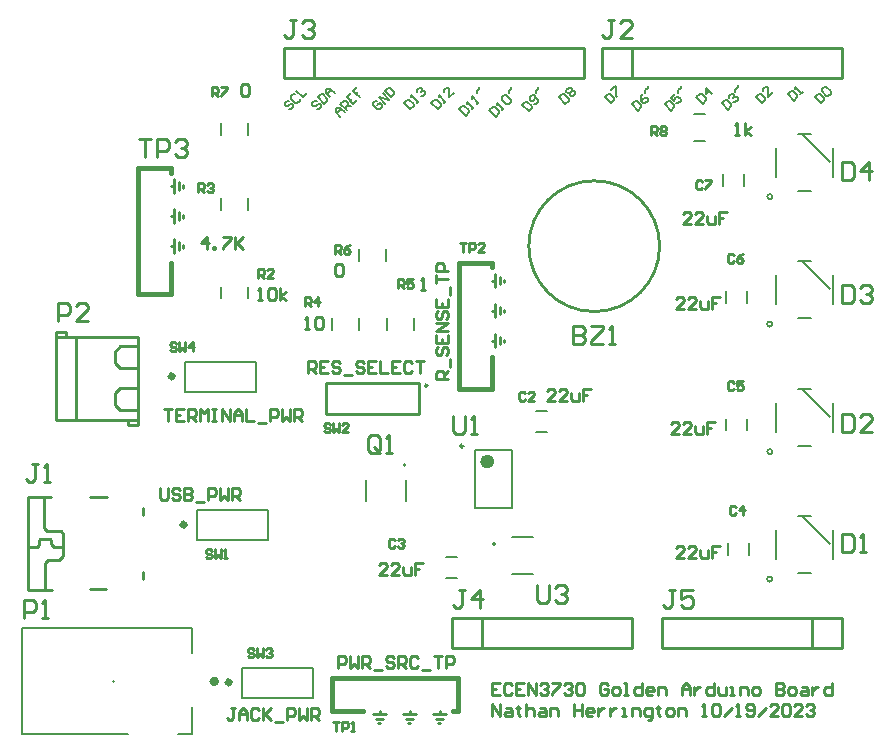
<source format=gto>
G04*
G04 #@! TF.GenerationSoftware,Altium Limited,Altium Designer,23.10.1 (27)*
G04*
G04 Layer_Color=65535*
%FSLAX44Y44*%
%MOMM*%
G71*
G04*
G04 #@! TF.SameCoordinates,2AE02515-478E-4FF6-B523-2722CBD37BA3*
G04*
G04*
G04 #@! TF.FilePolarity,Positive*
G04*
G01*
G75*
%ADD10C,0.2000*%
%ADD11C,0.2540*%
%ADD12C,0.1524*%
%ADD13C,0.5080*%
%ADD14C,0.6000*%
%ADD15C,0.2500*%
%ADD16C,0.4000*%
%ADD17C,0.1270*%
%ADD18C,0.3810*%
%ADD19C,0.1999*%
D10*
X404990Y177140D02*
G03*
X404990Y177140I-1000J0D01*
G01*
X329422Y244094D02*
G03*
X329422Y244094I-1000J0D01*
G01*
X388360Y207910D02*
X419360D01*
X388360Y256910D02*
X419360D01*
Y207910D02*
Y256910D01*
X388360Y207910D02*
Y256910D01*
D11*
X544323Y429260D02*
G03*
X544323Y429260I-55373J0D01*
G01*
X347710Y311138D02*
G03*
X347710Y311138I-1000J0D01*
G01*
X412750Y398838D02*
Y400685D01*
X408940Y396875D02*
Y403225D01*
X402522Y400050D02*
X405130D01*
Y394335D02*
Y405765D01*
X412750Y373438D02*
Y375285D01*
X408940Y371475D02*
Y377825D01*
X402522Y374650D02*
X405130D01*
Y368935D02*
Y380365D01*
X412750Y348038D02*
Y349885D01*
X408940Y346075D02*
Y352425D01*
X402522Y349250D02*
X405130D01*
Y343535D02*
Y354965D01*
X261620Y313690D02*
X340360D01*
Y287020D02*
Y313690D01*
X261620Y287020D02*
Y313690D01*
Y287020D02*
X340360D01*
X356928Y25400D02*
X358775D01*
X354965Y29210D02*
X361315D01*
X358140Y33020D02*
Y35628D01*
X352425Y33020D02*
X363855D01*
X331528Y25400D02*
X333375D01*
X329565Y29210D02*
X335915D01*
X332740Y33020D02*
Y35628D01*
X327025Y33020D02*
X338455D01*
X306128Y25400D02*
X307975D01*
X304165Y29210D02*
X310515D01*
X307340Y33020D02*
Y35628D01*
X301625Y33020D02*
X313055D01*
X368300Y101600D02*
Y114300D01*
X393700D01*
Y88900D02*
Y114300D01*
X368300Y88900D02*
X393700D01*
X368300D02*
Y101600D01*
X393700Y114300D02*
X520700D01*
X393700Y88900D02*
X520700D01*
Y114300D01*
X106660Y201849D02*
Y203321D01*
Y206264D02*
Y207736D01*
X9435Y138480D02*
Y216726D01*
Y138480D02*
X29718D01*
X61976Y138684D02*
X75692D01*
X9435Y216726D02*
X29210D01*
X32069Y174936D02*
X39434D01*
X31307D02*
X32069D01*
X29274Y176968D02*
X31307Y174936D01*
X29274Y176968D02*
Y180524D01*
X28259Y181540D02*
X29274Y180524D01*
X19877Y181540D02*
X28259D01*
X18860Y180524D02*
X19877Y181540D01*
X18860Y175952D02*
Y180524D01*
X17336Y174428D02*
X18860Y175952D01*
X10986Y174428D02*
X17336D01*
X24195Y138480D02*
Y160966D01*
X26481Y163252D01*
X35879D01*
X39434Y166808D01*
Y185604D01*
X37148Y187890D02*
X39434Y185604D01*
X25972Y187890D02*
X37148D01*
X23433Y190430D02*
X25972Y187890D01*
X23433Y190430D02*
Y216338D01*
X61976Y216662D02*
X76708D01*
X106660Y147864D02*
Y153352D01*
Y203321D02*
Y206264D01*
X81510Y60960D02*
X81590D01*
X41580Y352501D02*
Y357001D01*
X33580D02*
X41580D01*
X33580Y352501D02*
Y357001D01*
X94580Y278000D02*
Y282500D01*
Y278000D02*
X102580D01*
Y282500D01*
X33580D02*
X102580D01*
X33580D02*
Y352501D01*
X49893Y282500D02*
Y352501D01*
X87844Y344363D02*
X102581D01*
X83381Y339900D02*
X87844Y344363D01*
X83381Y330000D02*
Y339900D01*
Y330000D02*
X87687Y325694D01*
X102581D01*
X87844Y309364D02*
X102582D01*
X83381Y304902D02*
X87844Y309364D01*
X83381Y295002D02*
Y304902D01*
Y295002D02*
X87687Y290695D01*
X102582D01*
X102581Y282500D02*
Y352501D01*
X33580Y352503D02*
X102581D01*
X520700Y571500D02*
Y596900D01*
X495300D02*
X698500D01*
X495300Y571500D02*
Y596900D01*
Y571500D02*
X698500D01*
Y596900D01*
X251460D02*
X480060D01*
X226060Y571500D02*
X454660D01*
X226060D02*
Y596900D01*
X454660D01*
X251460Y571500D02*
Y596900D01*
Y571500D02*
X480060D01*
Y596900D01*
X698500Y88900D02*
Y101600D01*
X673100Y88900D02*
X698500D01*
X673100D02*
Y114300D01*
X698500D01*
Y101600D02*
Y114300D01*
X546100Y88900D02*
X673100D01*
X546100Y114300D02*
X673100D01*
X546100Y88900D02*
Y114300D01*
X140970Y478848D02*
Y480695D01*
X137160Y476885D02*
Y483235D01*
X130742Y480060D02*
X133350D01*
Y474345D02*
Y485775D01*
X140970Y453448D02*
Y455295D01*
X137160Y451485D02*
Y457835D01*
X130742Y454660D02*
X133350D01*
Y448945D02*
Y460375D01*
X140970Y428048D02*
Y429895D01*
X137160Y426085D02*
Y432435D01*
X130742Y429260D02*
X133350D01*
Y423545D02*
Y434975D01*
X409361Y59766D02*
X402590D01*
Y49610D01*
X409361D01*
X402590Y54688D02*
X405976D01*
X419518Y58074D02*
X417825Y59766D01*
X414440D01*
X412747Y58074D01*
Y51302D01*
X414440Y49610D01*
X417825D01*
X419518Y51302D01*
X429675Y59766D02*
X422903D01*
Y49610D01*
X429675D01*
X422903Y54688D02*
X426289D01*
X433060Y49610D02*
Y59766D01*
X439831Y49610D01*
Y59766D01*
X443217Y58074D02*
X444910Y59766D01*
X448295D01*
X449988Y58074D01*
Y56381D01*
X448295Y54688D01*
X446603D01*
X448295D01*
X449988Y52995D01*
Y51302D01*
X448295Y49610D01*
X444910D01*
X443217Y51302D01*
X453374Y59766D02*
X460145D01*
Y58074D01*
X453374Y51302D01*
Y49610D01*
X463530Y58074D02*
X465223Y59766D01*
X468609D01*
X470302Y58074D01*
Y56381D01*
X468609Y54688D01*
X466916D01*
X468609D01*
X470302Y52995D01*
Y51302D01*
X468609Y49610D01*
X465223D01*
X463530Y51302D01*
X473687Y58074D02*
X475380Y59766D01*
X478765D01*
X480458Y58074D01*
Y51302D01*
X478765Y49610D01*
X475380D01*
X473687Y51302D01*
Y58074D01*
X500772D02*
X499079Y59766D01*
X495693D01*
X494001Y58074D01*
Y51302D01*
X495693Y49610D01*
X499079D01*
X500772Y51302D01*
Y54688D01*
X497386D01*
X505850Y49610D02*
X509236D01*
X510928Y51302D01*
Y54688D01*
X509236Y56381D01*
X505850D01*
X504157Y54688D01*
Y51302D01*
X505850Y49610D01*
X514314D02*
X517700D01*
X516007D01*
Y59766D01*
X514314D01*
X529549D02*
Y49610D01*
X524471D01*
X522778Y51302D01*
Y54688D01*
X524471Y56381D01*
X529549D01*
X538013Y49610D02*
X534627D01*
X532935Y51302D01*
Y54688D01*
X534627Y56381D01*
X538013D01*
X539706Y54688D01*
Y52995D01*
X532935D01*
X543091Y49610D02*
Y56381D01*
X548170D01*
X549863Y54688D01*
Y49610D01*
X563405D02*
Y56381D01*
X566790Y59766D01*
X570176Y56381D01*
Y49610D01*
Y54688D01*
X563405D01*
X573562Y56381D02*
Y49610D01*
Y52995D01*
X575254Y54688D01*
X576947Y56381D01*
X578640D01*
X590489Y59766D02*
Y49610D01*
X585411D01*
X583718Y51302D01*
Y54688D01*
X585411Y56381D01*
X590489D01*
X593875D02*
Y51302D01*
X595568Y49610D01*
X600646D01*
Y56381D01*
X604032Y49610D02*
X607417D01*
X605724D01*
Y56381D01*
X604032D01*
X612496Y49610D02*
Y56381D01*
X617574D01*
X619267Y54688D01*
Y49610D01*
X624345D02*
X627731D01*
X629423Y51302D01*
Y54688D01*
X627731Y56381D01*
X624345D01*
X622652Y54688D01*
Y51302D01*
X624345Y49610D01*
X642966Y59766D02*
Y49610D01*
X648044D01*
X649737Y51302D01*
Y52995D01*
X648044Y54688D01*
X642966D01*
X648044D01*
X649737Y56381D01*
Y58074D01*
X648044Y59766D01*
X642966D01*
X654815Y49610D02*
X658201D01*
X659894Y51302D01*
Y54688D01*
X658201Y56381D01*
X654815D01*
X653122Y54688D01*
Y51302D01*
X654815Y49610D01*
X664972Y56381D02*
X668358D01*
X670050Y54688D01*
Y49610D01*
X664972D01*
X663279Y51302D01*
X664972Y52995D01*
X670050D01*
X673436Y56381D02*
Y49610D01*
Y52995D01*
X675129Y54688D01*
X676822Y56381D01*
X678514D01*
X690364Y59766D02*
Y49610D01*
X685285D01*
X683593Y51302D01*
Y54688D01*
X685285Y56381D01*
X690364D01*
X402590Y31326D02*
Y41482D01*
X409361Y31326D01*
Y41482D01*
X414440Y38097D02*
X417825D01*
X419518Y36404D01*
Y31326D01*
X414440D01*
X412747Y33018D01*
X414440Y34711D01*
X419518D01*
X424596Y39790D02*
Y38097D01*
X422903D01*
X426289D01*
X424596D01*
Y33018D01*
X426289Y31326D01*
X431367Y41482D02*
Y31326D01*
Y36404D01*
X433060Y38097D01*
X436446D01*
X438139Y36404D01*
Y31326D01*
X443217Y38097D02*
X446603D01*
X448295Y36404D01*
Y31326D01*
X443217D01*
X441524Y33018D01*
X443217Y34711D01*
X448295D01*
X451681Y31326D02*
Y38097D01*
X456759D01*
X458452Y36404D01*
Y31326D01*
X471994Y41482D02*
Y31326D01*
Y36404D01*
X478765D01*
Y41482D01*
Y31326D01*
X487229D02*
X483844D01*
X482151Y33018D01*
Y36404D01*
X483844Y38097D01*
X487229D01*
X488922Y36404D01*
Y34711D01*
X482151D01*
X492308Y38097D02*
Y31326D01*
Y34711D01*
X494001Y36404D01*
X495693Y38097D01*
X497386D01*
X502464D02*
Y31326D01*
Y34711D01*
X504157Y36404D01*
X505850Y38097D01*
X507543D01*
X512621Y31326D02*
X516007D01*
X514314D01*
Y38097D01*
X512621D01*
X521085Y31326D02*
Y38097D01*
X526163D01*
X527856Y36404D01*
Y31326D01*
X534627Y27940D02*
X536320D01*
X538013Y29633D01*
Y38097D01*
X532935D01*
X531242Y36404D01*
Y33018D01*
X532935Y31326D01*
X538013D01*
X543091Y39790D02*
Y38097D01*
X541399D01*
X544784D01*
X543091D01*
Y33018D01*
X544784Y31326D01*
X551555D02*
X554941D01*
X556634Y33018D01*
Y36404D01*
X554941Y38097D01*
X551555D01*
X549863Y36404D01*
Y33018D01*
X551555Y31326D01*
X560019D02*
Y38097D01*
X565098D01*
X566790Y36404D01*
Y31326D01*
X580333D02*
X583718D01*
X582025D01*
Y41482D01*
X580333Y39790D01*
X588797D02*
X590489Y41482D01*
X593875D01*
X595568Y39790D01*
Y33018D01*
X593875Y31326D01*
X590489D01*
X588797Y33018D01*
Y39790D01*
X598953Y31326D02*
X605724Y38097D01*
X609110Y31326D02*
X612496D01*
X610803D01*
Y41482D01*
X609110Y39790D01*
X617574Y33018D02*
X619267Y31326D01*
X622652D01*
X624345Y33018D01*
Y39790D01*
X622652Y41482D01*
X619267D01*
X617574Y39790D01*
Y38097D01*
X619267Y36404D01*
X624345D01*
X627731Y31326D02*
X634502Y38097D01*
X644659Y31326D02*
X637887D01*
X644659Y38097D01*
Y39790D01*
X642966Y41482D01*
X639580D01*
X637887Y39790D01*
X648044D02*
X649737Y41482D01*
X653122D01*
X654815Y39790D01*
Y33018D01*
X653122Y31326D01*
X649737D01*
X648044Y33018D01*
Y39790D01*
X664972Y31326D02*
X658201D01*
X664972Y38097D01*
Y39790D01*
X663279Y41482D01*
X659894D01*
X658201Y39790D01*
X668358D02*
X670050Y41482D01*
X673436D01*
X675129Y39790D01*
Y38097D01*
X673436Y36404D01*
X671743D01*
X673436D01*
X675129Y34711D01*
Y33018D01*
X673436Y31326D01*
X670050D01*
X668358Y33018D01*
X440694Y142238D02*
Y129542D01*
X443233Y127002D01*
X448312D01*
X450851Y129542D01*
Y142238D01*
X455929Y139698D02*
X458468Y142238D01*
X463547D01*
X466086Y139698D01*
Y137159D01*
X463547Y134620D01*
X461007D01*
X463547D01*
X466086Y132081D01*
Y129542D01*
X463547Y127002D01*
X458468D01*
X455929Y129542D01*
X471176Y361948D02*
Y346712D01*
X478793D01*
X481333Y349252D01*
Y351791D01*
X478793Y354330D01*
X471176D01*
X478793D01*
X481333Y356869D01*
Y359408D01*
X478793Y361948D01*
X471176D01*
X486411D02*
X496568D01*
Y359408D01*
X486411Y349252D01*
Y346712D01*
X496568D01*
X501646D02*
X506724D01*
X504185D01*
Y361948D01*
X501646Y359408D01*
X698503Y185417D02*
Y170182D01*
X706121D01*
X708660Y172722D01*
Y182878D01*
X706121Y185417D01*
X698503D01*
X713738Y170182D02*
X718817D01*
X716278D01*
Y185417D01*
X713738Y182878D01*
X698504Y287017D02*
Y271782D01*
X706122D01*
X708661Y274322D01*
Y284478D01*
X706122Y287017D01*
X698504D01*
X723896Y271782D02*
X713739D01*
X723896Y281939D01*
Y284478D01*
X721357Y287017D01*
X716278D01*
X713739Y284478D01*
X698504Y396237D02*
Y381003D01*
X706122D01*
X708661Y383542D01*
Y393698D01*
X706122Y396237D01*
X698504D01*
X713739Y393698D02*
X716278Y396237D01*
X721357D01*
X723896Y393698D01*
Y391159D01*
X721357Y388620D01*
X718818D01*
X721357D01*
X723896Y386081D01*
Y383542D01*
X721357Y381003D01*
X716278D01*
X713739Y383542D01*
X698504Y500378D02*
Y485143D01*
X706122D01*
X708661Y487682D01*
Y497838D01*
X706122Y500378D01*
X698504D01*
X721357Y485143D02*
Y500378D01*
X713739Y492760D01*
X723896D01*
X607909Y523242D02*
X611294D01*
X609602D01*
Y533398D01*
X607909Y531706D01*
X616373Y523242D02*
Y533398D01*
Y526627D02*
X621451Y530013D01*
X616373Y526627D02*
X621451Y523242D01*
X537212Y523241D02*
Y530859D01*
X541021D01*
X542290Y529589D01*
Y527050D01*
X541021Y525780D01*
X537212D01*
X539751D02*
X542290Y523241D01*
X544830Y529589D02*
X546099Y530859D01*
X548638D01*
X549908Y529589D01*
Y528320D01*
X548638Y527050D01*
X549908Y525780D01*
Y524511D01*
X548638Y523241D01*
X546099D01*
X544830Y524511D01*
Y525780D01*
X546099Y527050D01*
X544830Y528320D01*
Y529589D01*
X546099Y527050D02*
X548638D01*
X571081Y448312D02*
X564309D01*
X571081Y455083D01*
Y456776D01*
X569388Y458468D01*
X566002D01*
X564309Y456776D01*
X581237Y448312D02*
X574466D01*
X581237Y455083D01*
Y456776D01*
X579544Y458468D01*
X576159D01*
X574466Y456776D01*
X584623Y455083D02*
Y450004D01*
X586316Y448312D01*
X591394D01*
Y455083D01*
X601551Y458468D02*
X594780D01*
Y453390D01*
X598165D01*
X594780D01*
Y448312D01*
X580390Y483869D02*
X579121Y485139D01*
X576582D01*
X575312Y483869D01*
Y478791D01*
X576582Y477521D01*
X579121D01*
X580390Y478791D01*
X582930Y485139D02*
X588008D01*
Y483869D01*
X582930Y478791D01*
Y477521D01*
X564730Y375922D02*
X557959D01*
X564730Y382693D01*
Y384386D01*
X563038Y386078D01*
X559652D01*
X557959Y384386D01*
X574887Y375922D02*
X568116D01*
X574887Y382693D01*
Y384386D01*
X573194Y386078D01*
X569809D01*
X568116Y384386D01*
X578273Y382693D02*
Y377614D01*
X579966Y375922D01*
X585044D01*
Y382693D01*
X595201Y386078D02*
X588429D01*
Y381000D01*
X591815D01*
X588429D01*
Y375922D01*
X607058Y421638D02*
X605789Y422907D01*
X603250D01*
X601980Y421638D01*
Y416560D01*
X603250Y415290D01*
X605789D01*
X607058Y416560D01*
X614676Y422907D02*
X612137Y421638D01*
X609598Y419099D01*
Y416560D01*
X610867Y415290D01*
X613406D01*
X614676Y416560D01*
Y417829D01*
X613406Y419099D01*
X609598D01*
X560920Y270512D02*
X554149D01*
X560920Y277283D01*
Y278976D01*
X559228Y280668D01*
X555842D01*
X554149Y278976D01*
X571077Y270512D02*
X564306D01*
X571077Y277283D01*
Y278976D01*
X569384Y280668D01*
X565999D01*
X564306Y278976D01*
X574463Y277283D02*
Y272204D01*
X576156Y270512D01*
X581234D01*
Y277283D01*
X591391Y280668D02*
X584619D01*
Y275590D01*
X588005D01*
X584619D01*
Y270512D01*
X607058Y313688D02*
X605789Y314958D01*
X603250D01*
X601980Y313688D01*
Y308610D01*
X603250Y307340D01*
X605789D01*
X607058Y308610D01*
X614676Y314958D02*
X609598D01*
Y311149D01*
X612137Y312418D01*
X613406D01*
X614676Y311149D01*
Y308610D01*
X613406Y307340D01*
X610867D01*
X609598Y308610D01*
X564730Y165102D02*
X557959D01*
X564730Y171873D01*
Y173566D01*
X563038Y175258D01*
X559652D01*
X557959Y173566D01*
X574887Y165102D02*
X568116D01*
X574887Y171873D01*
Y173566D01*
X573194Y175258D01*
X569809D01*
X568116Y173566D01*
X578273Y171873D02*
Y166794D01*
X579966Y165102D01*
X585044D01*
Y171873D01*
X595201Y175258D02*
X588429D01*
Y170180D01*
X591815D01*
X588429D01*
Y165102D01*
X608582Y208278D02*
X607313Y209548D01*
X604774D01*
X603504Y208278D01*
Y203200D01*
X604774Y201930D01*
X607313D01*
X608582Y203200D01*
X614930Y201930D02*
Y209548D01*
X611121Y205739D01*
X616200D01*
X313270Y151132D02*
X306499D01*
X313270Y157903D01*
Y159596D01*
X311578Y161288D01*
X308192D01*
X306499Y159596D01*
X323427Y151132D02*
X316656D01*
X323427Y157903D01*
Y159596D01*
X321734Y161288D01*
X318349D01*
X316656Y159596D01*
X326813Y157903D02*
Y152824D01*
X328506Y151132D01*
X333584D01*
Y157903D01*
X343741Y161288D02*
X336969D01*
Y156210D01*
X340355D01*
X336969D01*
Y151132D01*
X320040Y180339D02*
X318771Y181609D01*
X316232D01*
X314962Y180339D01*
Y175261D01*
X316232Y173991D01*
X318771D01*
X320040Y175261D01*
X322580Y180339D02*
X323849Y181609D01*
X326388D01*
X327658Y180339D01*
Y179070D01*
X326388Y177800D01*
X325119D01*
X326388D01*
X327658Y176530D01*
Y175261D01*
X326388Y173991D01*
X323849D01*
X322580Y175261D01*
X455510Y298452D02*
X448739D01*
X455510Y305223D01*
Y306916D01*
X453818Y308608D01*
X450432D01*
X448739Y306916D01*
X465667Y298452D02*
X458896D01*
X465667Y305223D01*
Y306916D01*
X463974Y308608D01*
X460589D01*
X458896Y306916D01*
X469053Y305223D02*
Y300144D01*
X470746Y298452D01*
X475824D01*
Y305223D01*
X485981Y308608D02*
X479210D01*
Y303530D01*
X482595D01*
X479210D01*
Y298452D01*
X430528Y304544D02*
X429259Y305814D01*
X426720D01*
X425450Y304544D01*
Y299466D01*
X426720Y298196D01*
X429259D01*
X430528Y299466D01*
X438146Y298196D02*
X433068D01*
X438146Y303274D01*
Y304544D01*
X436876Y305814D01*
X434337D01*
X433068Y304544D01*
X364912Y316669D02*
X354755D01*
Y321748D01*
X356448Y323440D01*
X359834D01*
X361526Y321748D01*
Y316669D01*
Y320055D02*
X364912Y323440D01*
X366605Y326826D02*
Y333597D01*
X356448Y343754D02*
X354755Y342061D01*
Y338675D01*
X356448Y336983D01*
X358141D01*
X359834Y338675D01*
Y342061D01*
X361526Y343754D01*
X363219D01*
X364912Y342061D01*
Y338675D01*
X363219Y336983D01*
X354755Y353910D02*
Y347139D01*
X364912D01*
Y353910D01*
X359834Y347139D02*
Y350525D01*
X364912Y357296D02*
X354755D01*
X364912Y364067D01*
X354755D01*
X356448Y374224D02*
X354755Y372531D01*
Y369146D01*
X356448Y367453D01*
X358141D01*
X359834Y369146D01*
Y372531D01*
X361526Y374224D01*
X363219D01*
X364912Y372531D01*
Y369146D01*
X363219Y367453D01*
X354755Y384381D02*
Y377609D01*
X364912D01*
Y384381D01*
X359834Y377609D02*
Y380995D01*
X366605Y387766D02*
Y394537D01*
X354755Y397923D02*
Y404694D01*
Y401309D01*
X364912D01*
Y408080D02*
X354755D01*
Y413158D01*
X356448Y414851D01*
X359834D01*
X361526Y413158D01*
Y408080D01*
X375412Y432305D02*
X380490D01*
X377951D01*
Y424688D01*
X383030D02*
Y432305D01*
X386838D01*
X388108Y431036D01*
Y428497D01*
X386838Y427227D01*
X383030D01*
X395725Y424688D02*
X390647D01*
X395725Y429766D01*
Y431036D01*
X394456Y432305D01*
X391917D01*
X390647Y431036D01*
X269664Y412326D02*
X271357Y414018D01*
X274743D01*
X276436Y412326D01*
Y405554D01*
X274743Y403862D01*
X271357D01*
X269664Y405554D01*
Y412326D01*
X269242Y422911D02*
Y430529D01*
X273051D01*
X274320Y429259D01*
Y426720D01*
X273051Y425450D01*
X269242D01*
X271781D02*
X274320Y422911D01*
X281938Y430529D02*
X279399Y429259D01*
X276860Y426720D01*
Y424181D01*
X278129Y422911D01*
X280668D01*
X281938Y424181D01*
Y425450D01*
X280668Y426720D01*
X276860D01*
X342477Y392432D02*
X345863D01*
X344170D01*
Y402588D01*
X342477Y400896D01*
X322582Y393701D02*
Y401319D01*
X326391D01*
X327660Y400049D01*
Y397510D01*
X326391Y396240D01*
X322582D01*
X325121D02*
X327660Y393701D01*
X335278Y401319D02*
X330200D01*
Y397510D01*
X332739Y398780D01*
X334008D01*
X335278Y397510D01*
Y394971D01*
X334008Y393701D01*
X331469D01*
X330200Y394971D01*
X243843Y359412D02*
X247228D01*
X245535D01*
Y369568D01*
X243843Y367876D01*
X252306D02*
X253999Y369568D01*
X257385D01*
X259077Y367876D01*
Y361104D01*
X257385Y359412D01*
X253999D01*
X252306Y361104D01*
Y367876D01*
X243842Y378461D02*
Y386079D01*
X247651D01*
X248920Y384809D01*
Y382270D01*
X247651Y381000D01*
X243842D01*
X246381D02*
X248920Y378461D01*
X255268D02*
Y386079D01*
X251460Y382270D01*
X256538D01*
X246819Y322158D02*
Y332315D01*
X251898D01*
X253590Y330622D01*
Y327236D01*
X251898Y325544D01*
X246819D01*
X250205D02*
X253590Y322158D01*
X263747Y332315D02*
X256976D01*
Y322158D01*
X263747D01*
X256976Y327236D02*
X260361D01*
X273904Y330622D02*
X272211Y332315D01*
X268825D01*
X267133Y330622D01*
Y328929D01*
X268825Y327236D01*
X272211D01*
X273904Y325544D01*
Y323851D01*
X272211Y322158D01*
X268825D01*
X267133Y323851D01*
X277289Y320465D02*
X284060D01*
X294217Y330622D02*
X292524Y332315D01*
X289139D01*
X287446Y330622D01*
Y328929D01*
X289139Y327236D01*
X292524D01*
X294217Y325544D01*
Y323851D01*
X292524Y322158D01*
X289139D01*
X287446Y323851D01*
X304374Y332315D02*
X297603D01*
Y322158D01*
X304374D01*
X297603Y327236D02*
X300988D01*
X307759Y332315D02*
Y322158D01*
X314531D01*
X324687Y332315D02*
X317916D01*
Y322158D01*
X324687D01*
X317916Y327236D02*
X321302D01*
X334844Y330622D02*
X333151Y332315D01*
X329766D01*
X328073Y330622D01*
Y323851D01*
X329766Y322158D01*
X333151D01*
X334844Y323851D01*
X338230Y332315D02*
X345001D01*
X341615D01*
Y322158D01*
X265432Y278129D02*
X264162Y279399D01*
X261623D01*
X260353Y278129D01*
Y276860D01*
X261623Y275590D01*
X264162D01*
X265432Y274320D01*
Y273051D01*
X264162Y271781D01*
X261623D01*
X260353Y273051D01*
X267971Y279399D02*
Y271781D01*
X270510Y274320D01*
X273049Y271781D01*
Y279399D01*
X280667Y271781D02*
X275588D01*
X280667Y276860D01*
Y278129D01*
X279397Y279399D01*
X276858D01*
X275588Y278129D01*
X189654Y564726D02*
X191347Y566418D01*
X194733D01*
X196426Y564726D01*
Y557954D01*
X194733Y556262D01*
X191347D01*
X189654Y557954D01*
Y564726D01*
X165102Y556261D02*
Y563879D01*
X168911D01*
X170180Y562609D01*
Y560070D01*
X168911Y558800D01*
X165102D01*
X167641D02*
X170180Y556261D01*
X172720Y563879D02*
X177798D01*
Y562609D01*
X172720Y557531D01*
Y556261D01*
X161294Y426722D02*
Y436878D01*
X156216Y431800D01*
X162987D01*
X166373Y426722D02*
Y428414D01*
X168065D01*
Y426722D01*
X166373D01*
X174836Y436878D02*
X181607D01*
Y435186D01*
X174836Y428414D01*
Y426722D01*
X184993Y436878D02*
Y426722D01*
Y430107D01*
X191764Y436878D01*
X186686Y431800D01*
X191764Y426722D01*
X153672Y474981D02*
Y482599D01*
X157481D01*
X158750Y481329D01*
Y478790D01*
X157481Y477520D01*
X153672D01*
X156211D02*
X158750Y474981D01*
X161290Y481329D02*
X162559Y482599D01*
X165098D01*
X166368Y481329D01*
Y480060D01*
X165098Y478790D01*
X163829D01*
X165098D01*
X166368Y477520D01*
Y476251D01*
X165098Y474981D01*
X162559D01*
X161290Y476251D01*
X204051Y383542D02*
X207436D01*
X205743D01*
Y393698D01*
X204051Y392006D01*
X212514D02*
X214207Y393698D01*
X217593D01*
X219286Y392006D01*
Y385234D01*
X217593Y383542D01*
X214207D01*
X212514Y385234D01*
Y392006D01*
X222671Y383542D02*
Y393698D01*
Y386927D02*
X227750Y390313D01*
X222671Y386927D02*
X227750Y383542D01*
X204472Y402591D02*
Y410209D01*
X208281D01*
X209550Y408939D01*
Y406400D01*
X208281Y405130D01*
X204472D01*
X207011D02*
X209550Y402591D01*
X217168D02*
X212090D01*
X217168Y407670D01*
Y408939D01*
X215898Y410209D01*
X213359D01*
X212090Y408939D01*
X124479Y291675D02*
X131250D01*
X127864D01*
Y281518D01*
X141407Y291675D02*
X134636D01*
Y281518D01*
X141407D01*
X134636Y286596D02*
X138021D01*
X144792Y281518D02*
Y291675D01*
X149871D01*
X151563Y289982D01*
Y286596D01*
X149871Y284904D01*
X144792D01*
X148178D02*
X151563Y281518D01*
X154949D02*
Y291675D01*
X158335Y288289D01*
X161720Y291675D01*
Y281518D01*
X165106Y291675D02*
X168491D01*
X166798D01*
Y281518D01*
X165106D01*
X168491D01*
X173570D02*
Y291675D01*
X180341Y281518D01*
Y291675D01*
X183726Y281518D02*
Y288289D01*
X187112Y291675D01*
X190497Y288289D01*
Y281518D01*
Y286596D01*
X183726D01*
X193883Y291675D02*
Y281518D01*
X200654D01*
X204040Y279825D02*
X210811D01*
X214197Y281518D02*
Y291675D01*
X219275D01*
X220968Y289982D01*
Y286596D01*
X219275Y284904D01*
X214197D01*
X224353Y291675D02*
Y281518D01*
X227739Y284904D01*
X231124Y281518D01*
Y291675D01*
X234510Y281518D02*
Y291675D01*
X239588D01*
X241281Y289982D01*
Y286596D01*
X239588Y284904D01*
X234510D01*
X237896D02*
X241281Y281518D01*
X134872Y346454D02*
X133603Y347724D01*
X131064D01*
X129794Y346454D01*
Y345184D01*
X131064Y343915D01*
X133603D01*
X134872Y342645D01*
Y341376D01*
X133603Y340106D01*
X131064D01*
X129794Y341376D01*
X137411Y347724D02*
Y340106D01*
X139951Y342645D01*
X142490Y340106D01*
Y347724D01*
X148838Y340106D02*
Y347724D01*
X145029Y343915D01*
X150107D01*
X121084Y224365D02*
Y215901D01*
X122777Y214208D01*
X126163D01*
X127855Y215901D01*
Y224365D01*
X138012Y222672D02*
X136319Y224365D01*
X132934D01*
X131241Y222672D01*
Y220979D01*
X132934Y219286D01*
X136319D01*
X138012Y217594D01*
Y215901D01*
X136319Y214208D01*
X132934D01*
X131241Y215901D01*
X141398Y224365D02*
Y214208D01*
X146476D01*
X148169Y215901D01*
Y217594D01*
X146476Y219286D01*
X141398D01*
X146476D01*
X148169Y220979D01*
Y222672D01*
X146476Y224365D01*
X141398D01*
X151554Y212515D02*
X158326D01*
X161711Y214208D02*
Y224365D01*
X166789D01*
X168482Y222672D01*
Y219286D01*
X166789Y217594D01*
X161711D01*
X171868Y224365D02*
Y214208D01*
X175253Y217594D01*
X178639Y214208D01*
Y224365D01*
X182025Y214208D02*
Y224365D01*
X187103D01*
X188796Y222672D01*
Y219286D01*
X187103Y217594D01*
X182025D01*
X185410D02*
X188796Y214208D01*
X165101Y171449D02*
X163832Y172719D01*
X161292D01*
X160023Y171449D01*
Y170180D01*
X161292Y168910D01*
X163832D01*
X165101Y167640D01*
Y166371D01*
X163832Y165101D01*
X161292D01*
X160023Y166371D01*
X167640Y172719D02*
Y165101D01*
X170180Y167640D01*
X172719Y165101D01*
Y172719D01*
X175258Y165101D02*
X177797D01*
X176528D01*
Y172719D01*
X175258Y171449D01*
X272219Y71968D02*
Y82125D01*
X277297D01*
X278990Y80432D01*
Y77046D01*
X277297Y75354D01*
X272219D01*
X282376Y82125D02*
Y71968D01*
X285762Y75354D01*
X289147Y71968D01*
Y82125D01*
X292533Y71968D02*
Y82125D01*
X297611D01*
X299304Y80432D01*
Y77046D01*
X297611Y75354D01*
X292533D01*
X295918D02*
X299304Y71968D01*
X302689Y70275D02*
X309461D01*
X319617Y80432D02*
X317924Y82125D01*
X314539D01*
X312846Y80432D01*
Y78739D01*
X314539Y77046D01*
X317924D01*
X319617Y75354D01*
Y73661D01*
X317924Y71968D01*
X314539D01*
X312846Y73661D01*
X323003Y71968D02*
Y82125D01*
X328081D01*
X329774Y80432D01*
Y77046D01*
X328081Y75354D01*
X323003D01*
X326388D02*
X329774Y71968D01*
X339931Y80432D02*
X338238Y82125D01*
X334852D01*
X333159Y80432D01*
Y73661D01*
X334852Y71968D01*
X338238D01*
X339931Y73661D01*
X343316Y70275D02*
X350087D01*
X353473Y82125D02*
X360244D01*
X356858D01*
Y71968D01*
X363630D02*
Y82125D01*
X368708D01*
X370401Y80432D01*
Y77046D01*
X368708Y75354D01*
X363630D01*
X267973Y26669D02*
X273051D01*
X270512D01*
Y19051D01*
X275590D02*
Y26669D01*
X279399D01*
X280669Y25399D01*
Y22860D01*
X279399Y21590D01*
X275590D01*
X283208Y19051D02*
X285747D01*
X284478D01*
Y26669D01*
X283208Y25399D01*
X184825Y38351D02*
X181440D01*
X183132D01*
Y29887D01*
X181440Y28194D01*
X179747D01*
X178054Y29887D01*
X188211Y28194D02*
Y34965D01*
X191596Y38351D01*
X194982Y34965D01*
Y28194D01*
Y33272D01*
X188211D01*
X205139Y36658D02*
X203446Y38351D01*
X200060D01*
X198367Y36658D01*
Y29887D01*
X200060Y28194D01*
X203446D01*
X205139Y29887D01*
X208524Y38351D02*
Y28194D01*
Y31580D01*
X215295Y38351D01*
X210217Y33272D01*
X215295Y28194D01*
X218681Y26501D02*
X225452D01*
X228838Y28194D02*
Y38351D01*
X233916D01*
X235609Y36658D01*
Y33272D01*
X233916Y31580D01*
X228838D01*
X238994Y38351D02*
Y28194D01*
X242380Y31580D01*
X245765Y28194D01*
Y38351D01*
X249151Y28194D02*
Y38351D01*
X254229D01*
X255922Y36658D01*
Y33272D01*
X254229Y31580D01*
X249151D01*
X252537D02*
X255922Y28194D01*
X200662Y87629D02*
X199392Y88899D01*
X196853D01*
X195583Y87629D01*
Y86360D01*
X196853Y85090D01*
X199392D01*
X200662Y83820D01*
Y82551D01*
X199392Y81281D01*
X196853D01*
X195583Y82551D01*
X203201Y88899D02*
Y81281D01*
X205740Y83820D01*
X208279Y81281D01*
Y88899D01*
X210818Y87629D02*
X212088Y88899D01*
X214627D01*
X215897Y87629D01*
Y86360D01*
X214627Y85090D01*
X213358D01*
X214627D01*
X215897Y83820D01*
Y82551D01*
X214627Y81281D01*
X212088D01*
X210818Y82551D01*
X379727Y138425D02*
X374648D01*
X377188D01*
Y125729D01*
X374648Y123190D01*
X372109D01*
X369570Y125729D01*
X392423Y123190D02*
Y138425D01*
X384805Y130808D01*
X394962D01*
X369316Y285237D02*
Y272541D01*
X371855Y270002D01*
X376934D01*
X379473Y272541D01*
Y285237D01*
X384551Y270002D02*
X389629D01*
X387090D01*
Y285237D01*
X384551Y282698D01*
X18031Y244851D02*
X12952D01*
X15491D01*
Y232155D01*
X12952Y229616D01*
X10413D01*
X7874Y232155D01*
X23109Y229616D02*
X28187D01*
X25648D01*
Y244851D01*
X23109Y242312D01*
X307845Y256285D02*
Y266442D01*
X305306Y268981D01*
X300227D01*
X297688Y266442D01*
Y256285D01*
X300227Y253746D01*
X305306D01*
X302766Y258824D02*
X307845Y253746D01*
X305306D02*
X307845Y256285D01*
X312923Y253746D02*
X318001D01*
X315462D01*
Y268981D01*
X312923Y266442D01*
X6350Y114300D02*
Y129535D01*
X13967D01*
X16507Y126996D01*
Y121917D01*
X13967Y119378D01*
X6350D01*
X21585Y114300D02*
X26663D01*
X24124D01*
Y129535D01*
X21585Y126996D01*
X34798Y366014D02*
Y381249D01*
X42415D01*
X44955Y378710D01*
Y373632D01*
X42415Y371092D01*
X34798D01*
X60190Y366014D02*
X50033D01*
X60190Y376171D01*
Y378710D01*
X57651Y381249D01*
X52572D01*
X50033Y378710D01*
X505457Y621025D02*
X500378D01*
X502918D01*
Y608329D01*
X500378Y605790D01*
X497839D01*
X495300Y608329D01*
X520692Y605790D02*
X510535D01*
X520692Y615947D01*
Y618486D01*
X518153Y621025D01*
X513074D01*
X510535Y618486D01*
X236217Y621025D02*
X231138D01*
X233678D01*
Y608329D01*
X231138Y605790D01*
X228599D01*
X226060Y608329D01*
X241295Y618486D02*
X243834Y621025D01*
X248913D01*
X251452Y618486D01*
Y615947D01*
X248913Y613408D01*
X246373D01*
X248913D01*
X251452Y610868D01*
Y608329D01*
X248913Y605790D01*
X243834D01*
X241295Y608329D01*
X557527Y138425D02*
X552448D01*
X554987D01*
Y125729D01*
X552448Y123190D01*
X549909D01*
X547370Y125729D01*
X572762Y138425D02*
X562605D01*
Y130808D01*
X567683Y133347D01*
X570223D01*
X572762Y130808D01*
Y125729D01*
X570223Y123190D01*
X565144D01*
X562605Y125729D01*
X103632Y520187D02*
X113789D01*
X108710D01*
Y504952D01*
X118867D02*
Y520187D01*
X126485D01*
X129024Y517648D01*
Y512570D01*
X126485Y510030D01*
X118867D01*
X134102Y517648D02*
X136641Y520187D01*
X141720D01*
X144259Y517648D01*
Y515109D01*
X141720Y512570D01*
X139180D01*
X141720D01*
X144259Y510030D01*
Y507491D01*
X141720Y504952D01*
X136641D01*
X134102Y507491D01*
D12*
X639710Y147320D02*
G03*
X639710Y147320I-2170J0D01*
G01*
Y255270D02*
G03*
X639710Y255270I-2170J0D01*
G01*
Y363220D02*
G03*
X639710Y363220I-2170J0D01*
G01*
Y471170D02*
G03*
X639710Y471170I-2170J0D01*
G01*
X664591Y200660D02*
X688213Y177038D01*
X661250Y152395D02*
X672250D01*
X690750Y164330D02*
Y188730D01*
X661250Y200719D02*
X672250D01*
X642750Y164330D02*
Y188730D01*
X664591Y308610D02*
X688213Y284988D01*
X661250Y260345D02*
X672250D01*
X690750Y272280D02*
Y296680D01*
X661250Y308669D02*
X672250D01*
X642750Y272280D02*
Y296680D01*
X664591Y416560D02*
X688213Y392938D01*
X661250Y368295D02*
X672250D01*
X690750Y380230D02*
Y404630D01*
X661250Y416619D02*
X672250D01*
X642750Y380230D02*
Y404630D01*
X664591Y524510D02*
X688213Y500888D01*
X661250Y476245D02*
X672250D01*
X690750Y488180D02*
Y512580D01*
X661250Y524569D02*
X672250D01*
X642750Y488180D02*
Y512580D01*
X573024Y540990D02*
X582676D01*
X573024Y518190D02*
X582676D01*
X598170Y480314D02*
Y489966D01*
X615950Y480314D02*
Y489966D01*
X600710Y381254D02*
Y390906D01*
X618490Y381254D02*
Y390906D01*
X600710Y273304D02*
Y282956D01*
X618490Y273304D02*
Y282956D01*
X601980Y167894D02*
Y177546D01*
X619760Y167894D02*
Y177546D01*
X363474Y166370D02*
X373126D01*
X363474Y148590D02*
X373126D01*
X439674Y271780D02*
X449326D01*
X439674Y289560D02*
X449326D01*
X289590Y416814D02*
Y426466D01*
X312390Y416814D02*
Y426466D01*
X313720Y358394D02*
Y368046D01*
X336520Y358394D02*
Y368046D01*
X266730Y358394D02*
Y368046D01*
X289530Y358394D02*
Y368046D01*
X172750Y523748D02*
Y533400D01*
X195550Y523748D02*
Y533400D01*
Y459994D02*
Y469646D01*
X172750Y459994D02*
Y469646D01*
Y385064D02*
Y394716D01*
X195550Y385064D02*
Y394716D01*
D13*
X132307Y319165D02*
G03*
X132307Y319165I-1270J0D01*
G01*
X142467Y193435D02*
G03*
X142467Y193435I-1270J0D01*
G01*
X180567Y60085D02*
G03*
X180567Y60085I-1270J0D01*
G01*
D14*
X401360Y246910D02*
G03*
X401360Y246910I-3000J0D01*
G01*
D15*
X378110Y259960D02*
G03*
X378110Y259960I-1250J0D01*
G01*
D16*
X169188Y60706D02*
G03*
X169188Y60706I-2000J0D01*
G01*
D17*
X418990Y183230D02*
X436990D01*
X418990Y152050D02*
X436990D01*
X295656Y213360D02*
Y231360D01*
X329184Y213360D02*
Y231360D01*
X4510Y15960D02*
X94010D01*
X148510Y85090D02*
Y105960D01*
X4510D02*
X148510D01*
X4510Y15960D02*
Y105960D01*
X148510Y15960D02*
Y38862D01*
X136454Y15960D02*
X148510D01*
X497788Y555757D02*
X503174Y550370D01*
X505867Y553064D01*
X505867Y554859D01*
X502276Y558450D01*
X500481Y558450D01*
X497788Y555757D01*
X503174Y561143D02*
X506765Y564734D01*
X507663Y563836D01*
Y556654D01*
X508560Y555757D01*
X520648Y549473D02*
X526034Y544086D01*
X528727Y546779D01*
X528727Y548575D01*
X525136Y552166D01*
X523341Y552166D01*
X520648Y549473D01*
X529625Y558450D02*
X528727Y555757D01*
X528727Y552166D01*
X530523Y550370D01*
X532318D01*
X534114Y552166D01*
X534114Y553961D01*
X533216Y554859D01*
X531420Y554859D01*
X528727Y552166D01*
X532318Y559347D02*
Y561143D01*
X534114Y562938D01*
X534114Y564734D01*
X575512Y555296D02*
X580898Y549910D01*
X583591Y552603D01*
X583591Y554399D01*
X580000Y557990D01*
X578205Y557990D01*
X575512Y555296D01*
X588978Y557990D02*
X583591Y563376D01*
X583591Y557990D01*
X587182Y561581D01*
X596848Y550216D02*
X602234Y544830D01*
X604927Y547523D01*
X604927Y549319D01*
X601336Y552910D01*
X599541Y552910D01*
X596848Y550216D01*
X603132Y554705D02*
Y556501D01*
X604927Y558296D01*
X606723Y558296D01*
X607620Y557398D01*
Y555603D01*
X606723Y554705D01*
X607620Y555603D01*
X609416Y555603D01*
X610314Y554705D01*
X610314Y552910D01*
X608518Y551114D01*
X606723D01*
X608518Y560092D02*
Y561887D01*
X610314Y563682D01*
X610314Y565478D01*
X625550Y555804D02*
X630936Y550418D01*
X633629Y553111D01*
X633629Y554907D01*
X630038Y558498D01*
X628243Y558498D01*
X625550Y555804D01*
X639913Y559395D02*
X636322Y555804D01*
Y562986D01*
X635425Y563884D01*
X633629Y563884D01*
X631834Y562089D01*
Y560293D01*
X652728Y557836D02*
X658114Y552450D01*
X660807Y555143D01*
X660807Y556939D01*
X657216Y560530D01*
X655421Y560530D01*
X652728Y557836D01*
X663500D02*
X665296Y559632D01*
X664398Y558734D01*
X659012Y564121D01*
Y562325D01*
X675588Y555757D02*
X680974Y550370D01*
X683667Y553063D01*
X683667Y554859D01*
X680076Y558450D01*
X678281Y558450D01*
X675588Y555757D01*
X681872Y560245D02*
Y562041D01*
X683667Y563836D01*
X685463Y563836D01*
X689054Y560245D01*
X689054Y558450D01*
X687258Y556654D01*
X685463D01*
X681872Y560245D01*
X548588Y549473D02*
X553974Y544086D01*
X556667Y546779D01*
X556667Y548575D01*
X553076Y552166D01*
X551281Y552166D01*
X548588Y549473D01*
X557565Y558450D02*
X553974Y554859D01*
X556667Y552166D01*
X557565Y554859D01*
X558463Y555757D01*
X560258D01*
X562054Y553961D01*
X562054Y552166D01*
X560258Y550370D01*
X558463D01*
X560258Y559347D02*
Y561143D01*
X562054Y562938D01*
X562054Y564734D01*
X459180Y555147D02*
X464566Y549761D01*
X467259Y552454D01*
X467259Y554249D01*
X463668Y557840D01*
X461873Y557840D01*
X459180Y555147D01*
X465464Y559636D02*
Y561431D01*
X467259Y563227D01*
X469055Y563227D01*
X469952Y562329D01*
Y560534D01*
X471748Y560534D01*
X472646Y559636D01*
X472646Y557840D01*
X470850Y556045D01*
X469055D01*
X468157Y556943D01*
Y558738D01*
X466362Y558738D01*
X465464Y559636D01*
X468157Y558738D02*
X469952Y560534D01*
X427938Y548863D02*
X433324Y543477D01*
X436017Y546170D01*
X436017Y547965D01*
X432426Y551556D01*
X430631Y551556D01*
X427938Y548863D01*
X437813Y549761D02*
X439608D01*
X441404Y551556D01*
X441404Y553352D01*
X437813Y556943D01*
X436017Y556943D01*
X434222Y555147D01*
Y553352D01*
X435120Y552454D01*
X436915Y552454D01*
X439608Y555147D01*
Y558738D02*
Y560534D01*
X441404Y562329D01*
X441404Y564125D01*
X400252Y544374D02*
X405638Y538988D01*
X408331Y541681D01*
X408331Y543477D01*
X404740Y547068D01*
X402945Y547068D01*
X400252Y544374D01*
X411024D02*
X412820Y546170D01*
X411922Y545272D01*
X406536Y550659D01*
Y548863D01*
X411024Y553352D02*
Y555147D01*
X412820Y556943D01*
X414615D01*
X418206Y553352D01*
X418206Y551556D01*
X416411Y549761D01*
X414615D01*
X411024Y553352D01*
X416411Y558738D02*
Y560534D01*
X418206Y562329D01*
X418206Y564125D01*
X374598Y545272D02*
X379984Y539886D01*
X382677Y542579D01*
X382677Y544374D01*
X379086Y547965D01*
X377291Y547965D01*
X374598Y545272D01*
X385370D02*
X387166Y547068D01*
X386268Y546170D01*
X380882Y551556D01*
Y549761D01*
X389859D02*
X391655Y551556D01*
X390757Y550659D01*
X385370Y556045D01*
Y554249D01*
X389859Y558738D02*
Y560534D01*
X391655Y562329D01*
X391655Y564125D01*
X350976Y550659D02*
X356362Y545272D01*
X359055Y547965D01*
X359055Y549761D01*
X355464Y553352D01*
X353669Y553352D01*
X350976Y550659D01*
X361748D02*
X363544Y552454D01*
X362646Y551556D01*
X357260Y556943D01*
Y555147D01*
X369828Y558738D02*
X366237Y555147D01*
Y562329D01*
X365339Y563227D01*
X363544D01*
X361748Y561431D01*
Y559636D01*
X327862Y550659D02*
X333248Y545272D01*
X335941Y547965D01*
X335941Y549761D01*
X332350Y553352D01*
X330555Y553352D01*
X327862Y550659D01*
X338634D02*
X340430Y552454D01*
X339532Y551556D01*
X334146Y556943D01*
Y555147D01*
X338634Y559636D02*
Y561431D01*
X340430Y563227D01*
X342225D01*
X343123Y562329D01*
Y560534D01*
X342225Y559636D01*
X343123Y560534D01*
X344919Y560534D01*
X345816Y559636D01*
X345816Y557840D01*
X344021Y556045D01*
X342225D01*
X305426Y552454D02*
X303631Y552454D01*
X301835Y550659D01*
Y548863D01*
X305426Y545272D01*
X307222D01*
X309017Y547068D01*
X309017Y548863D01*
X307222Y550659D01*
X305426Y548863D01*
X311710Y549761D02*
X306324Y555147D01*
X315301Y553352D01*
X309915Y558738D01*
X311710Y560534D02*
X317097Y555147D01*
X319790Y557840D01*
X319790Y559636D01*
X316199Y563227D01*
X314404D01*
X311710Y560534D01*
X274066Y538988D02*
X270475Y542579D01*
Y546170D01*
X274066D01*
X277657Y542579D01*
X274964Y545272D01*
X271373Y541681D01*
X279452Y544374D02*
X274066Y549761D01*
X276759Y552454D01*
X278555Y552454D01*
X280350Y550659D01*
Y548863D01*
X277657Y546170D01*
X279452Y547965D02*
X283043Y547965D01*
Y558738D02*
X279452Y555147D01*
X284839Y549761D01*
X288430Y553352D01*
X282146Y552454D02*
X283941Y554249D01*
X288430Y564125D02*
X284839Y560534D01*
X287532Y557840D01*
X289328Y559636D01*
X287532Y557840D01*
X290225Y555147D01*
X253864Y552454D02*
X252069Y552454D01*
X250273Y550659D01*
Y548863D01*
X251171Y547965D01*
X252966Y547965D01*
X254762Y549761D01*
X256557Y549761D01*
X257455Y548863D01*
X257455Y547068D01*
X255660Y545272D01*
X253864D01*
X254762Y555147D02*
X260148Y549761D01*
X262842Y552454D01*
X262842Y554249D01*
X259251Y557840D01*
X257455Y557840D01*
X254762Y555147D01*
X265535D02*
X261944Y558738D01*
Y562329D01*
X265535D01*
X269126Y558738D01*
X266432Y561431D01*
X262842Y557840D01*
X230496Y552454D02*
X228701Y552454D01*
X226905Y550659D01*
Y548863D01*
X227803Y547965D01*
X229599Y547965D01*
X231394Y549761D01*
X233189Y549761D01*
X234087Y548863D01*
X234087Y547068D01*
X232292Y545272D01*
X230496D01*
X235883Y557840D02*
X234087Y557840D01*
X232292Y556045D01*
Y554249D01*
X235883Y550659D01*
X237678D01*
X239474Y552454D01*
X239474Y554249D01*
X236780Y560534D02*
X242167Y555147D01*
X245758Y558738D01*
D18*
X374650Y308610D02*
Y415290D01*
X402590D01*
Y411480D02*
Y415290D01*
X374650Y308610D02*
X402590D01*
Y335280D01*
X266700Y63500D02*
X373380D01*
Y35560D02*
Y63500D01*
X369570Y35560D02*
X373380D01*
X266700D02*
Y63500D01*
Y35560D02*
X293370D01*
X102870Y388620D02*
Y495300D01*
X130810D01*
Y491490D02*
Y495300D01*
X102870Y388620D02*
X130810D01*
Y415290D01*
D19*
X202621Y306070D02*
Y331381D01*
X142819D02*
X202621D01*
X142819Y306070D02*
Y331381D01*
Y306070D02*
X202621D01*
X212781Y180340D02*
Y205651D01*
X152979D02*
X212781D01*
X152979Y180340D02*
Y205651D01*
Y180340D02*
X212781D01*
X250881Y46990D02*
Y72301D01*
X191079D02*
X250881D01*
X191079Y46990D02*
Y72301D01*
Y46990D02*
X250881D01*
M02*

</source>
